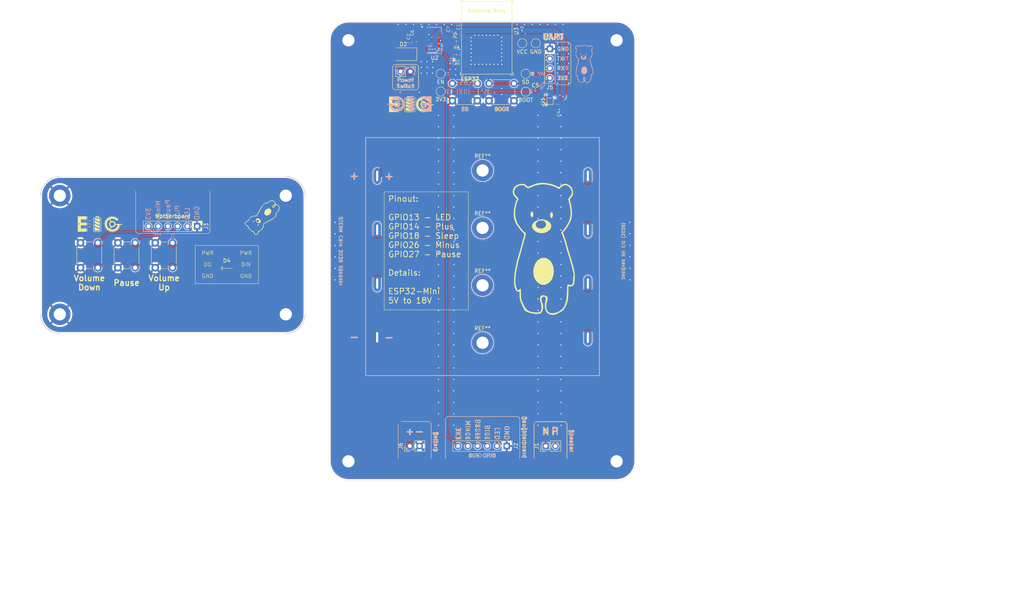
<source format=kicad_pcb>
(kicad_pcb (version 20241229) (generator "pcbnew") (generator_version "9.0")
  (layers (0 "F.Cu" signal) (2 "B.Cu" signal) (13 "F.Paste" user) (15 "B.Paste" user) (5 "F.SilkS" user "F.Silkscreen") (7 "B.SilkS" user "B.Silkscreen") (1 "F.Mask" user) (3 "B.Mask" user) (25 "Edge.Cuts" user))
  (net 0 "")
  (net 1 "GND")
  (net 2 "+3V3")
  (net 3 "VCC")
  (net 4 "/EN")
  (net 5 "Net-(J1-Pin_2)")
  (net 6 "Net-(J1-Pin_1)")
  (net 7 "+BATT")
  (net 8 "/RXD")
  (net 9 "/TXD")
  (net 10 "/BOOT0")
  (net 11 "/SLEEP")
  (net 13 "/BCLK")
  (net 14 "/DIN")
  (net 15 "/WS")
  (net 32 "Net-(U3-SENSOR_VP{slash}GPIO36{slash}ADC1_CH0)")
  (net 34 "/AUX_2")
  (net 35 "/AUX_3")
  (net 36 "/AUX_1")
  (net 37 "/AUX_4")
  (net 38 "Net-(D2-A)")
  (net 39 "/Plus")
  (net 40 "/Minus")
  (net 42 "/Pause")
  (net 43 "/LED")
  (net 46 "unconnected-(U3-GPIO2{slash}ADC2_CH2-Pad20)")
  (net 47 "Net-(H7-Pad1)")
  (net 48 "Net-(H10-Pad1)")
  (net 49 "Net-(H11-Pad1)")
  (footprint "MountingHole:MountingHole_2.7mm_Slot" (layer "F.Cu") (at 113 109.97 90)
    (property "Reference" "H8" (hide yes))
    (property "Value" "MountingHole_Pad")
  )
  (footprint "TestPoint:TestPoint_Pad_D2.0mm" (layer "F.Cu") (at 151.76 59.83)
    (property "Reference" "TP2" (hide yes))
    (property "Value" "BOOT")
  )
  (footprint "Capacitor_SMD:C_0603_1608Metric" (layer "F.Cu") (at 133 44.225 90)
    (property "Reference" "C7")
    (property "Value" "10uF")
  )
  (footprint "Connector_PinHeader_2.54mm:PinHeader_1x02_P2.54mm_Vertical" (layer "F.Cu") (at 156.995 152.425 90)
    (property "Reference" "J1")
    (property "Value" "SPK_L")
  )
  (footprint "MountingHole:MountingHole_2.7mm_Slot" (layer "F.Cu") (at 168 109.97 90)
    (property "Reference" "H11" (hide yes))
    (property "Value" "MountingHole_Pad")
  )
  (footprint "footprints:EIG" (layer "F.Cu") (at 34.819437 92.374175)
    (property "Reference" "REF**" (hide yes))
    (property "Value" "EIG" (hide yes))
  )
  (footprint "MountingHole:MountingHole_3.2mm_M3_DIN965_Pad" (layer "F.Cu") (at 105.5 156.415)
    (property "Reference" "H3" (hide yes))
    (property "Value" "MountingHole_Pad" (hide yes))
  )
  (footprint "Connector_PinHeader_2.54mm:PinHeader_1x06_P2.54mm_Vertical" (layer "F.Cu") (at 146.82 152.415 -90)
    (property "Reference" "J2")
    (property "Value" "Conn_01x06_Pin")
  )
  (footprint "Button_Switch_THT:SW_PUSH_6mm_H5mm" (layer "F.Cu") (at 55.07 105.83 90)
    (property "Reference" "+1")
    (property "Value" "SW_Push")
  )
  (footprint "TestPoint:TestPoint_Pad_D2.0mm" (layer "F.Cu") (at 154.42 47.2)
    (property "Reference" "TP6" (hide yes))
    (property "Value" "GND")
  )
  (footprint "MountingHole:MountingHole_2.7mm_Slot" (layer "F.Cu") (at 113 95.92 90)
    (property "Reference" "H7" (hide yes))
    (property "Value" "MountingHole_Pad")
  )
  (footprint "MountingHole:MountingHole_3.2mm_M3_DIN965_Pad" (layer "F.Cu") (at 89.15 87.01)
    (property "Reference" "H2" (hide yes))
    (property "Value" "MountingHole_Pad" (hide yes))
  )
  (footprint "Capacitor_SMD:C_0603_1608Metric" (layer "F.Cu") (at 122.7 46.8 90)
    (property "Reference" "C6")
    (property "Value" "10uF")
  )
  (footprint "Button_Switch_THT:SW_PUSH_6mm_H5mm" (layer "F.Cu") (at 132.64 57.71)
    (property "Reference" "SW1")
    (property "Value" "EN")
  )
  (footprint "Button_Switch_THT:SW_PUSH_6mm_H5mm" (layer "F.Cu") (at 142.2 57.71)
    (property "Reference" "SW2")
    (property "Value" "BOOT")
  )
  (footprint "Capacitor_SMD:C_0402_1005Metric" (layer "F.Cu") (at 154.29 59.34)
    (property "Reference" "C5")
    (property "Value" "1uF")
  )
  (footprint "Capacitor_SMD:C_0402_1005Metric" (layer "F.Cu") (at 134.2 44.8 90)
    (property "Reference" "C1")
    (property "Value" "1uF")
  )
  (footprint "Connector_PinHeader_2.54mm:PinHeader_1x02_P2.54mm_Vertical" (layer "F.Cu") (at 121.665 54.57 -90)
    (property "Reference" "J4" (hide yes))
    (property "Value" "SW" (hide yes))
  )
  (footprint "MountingHole:MountingHole_2.7mm_Slot" (layer "F.Cu") (at 168 81.87 90)
    (property "Reference" "H9" (hide yes))
    (property "Value" "MountingHole_Pad")
  )
  (footprint "Resistor_SMD:R_0402_1005Metric" (layer "F.Cu") (at 133.7 47.2 180)
    (property "Reference" "R6")
    (property "Value" "10K")
  )
  (footprint "MountingHole:MountingHole_3.2mm_M3_DIN965_Pad" (layer "F.Cu") (at 140.51 80.435)
    (property "Reference" "REF**")
    (property "Value" "MountingHole_3.2mm_M3_DIN965_Pad")
  )
  (footprint "MountingHole:MountingHole_3.2mm_M3_DIN965_Pad" (layer "F.Cu") (at 140.51 110.435)
    (property "Reference" "REF**")
    (property "Value" "MountingHole_3.2mm_M3_DIN965_Pad")
  )
  (footprint "Package_BGA:WLP-9_1.448x1.468mm_Layout3x3_P0.4mm_Ball0.27mm_Pad0.25mm" (layer "F.Cu") (at 158.1 62.35 -90)
    (property "Reference" "U1")
    (property "Value" "MAX98357A")
  )
  (footprint "TestPoint:TestPoint_Pad_D2.0mm" (layer "F.Cu") (at 129.58 55.15)
    (property "Reference" "TP3" (hide yes))
    (property "Value" "EN")
  )
  (footprint "TestPoint:TestPoint_Pad_D2.0mm" (layer "F.Cu") (at 150.87 47.2)
    (property "Reference" "TP5" (hide yes))
    (property "Value" "VCC")
  )
  (footprint "Resistor_SMD:R_0402_1005Metric" (layer "F.Cu") (at 134.2 50.15 -90)
    (property "Reference" "R4")
    (property "Value" "5K1")
  )
  (footprint "Connector_PinHeader_2.54mm:PinHeader_1x02_P2.54mm_Vertical" (layer "F.Cu") (at 121.535 152.415 90)
    (property "Reference" "J6")
    (property "Value" "BATT")
  )
  (footprint "LOGO" (layer "F.Cu") (at 83.15 92.51 135)
    (property "Reference" "G***" (hide yes))
    (property "Value" "LOGO" (hide yes))
  )
  (footprint "MountingHole:MountingHole_2.7mm_Slot" (layer "F.Cu") (at 113 81.87 90)
    (property "Reference" "H5" (hide yes))
    (property "Value" "MountingHole_Pad")
  )
  (footprint "MountingHole:MountingHole_3.2mm_M3_DIN965_Pad" (layer "F.Cu") (at 89.15 118.01)
    (property "Reference" "H4" (hide yes))
    (property "Value" "MountingHole_Pad" (hide yes))
  )
  (footprint "MountingHole:MountingHole_3.2mm_M3_DIN965_Pad" (layer "F.Cu") (at 140.51 125.435)
    (property "Reference" "REF**")
    (property "Value" "MountingHole_3.2mm_M3_DIN965_Pad")
  )
  (footprint "footprints:EIG" (layer "F.Cu") (at 116.089437 61.104175)
    (property "Reference" "REF**" (hide yes))
    (property "Value" "EIG" (hide yes))
  )
  (footprint "Diode_SMD:D_SMA" (layer "F.Cu") (at 119.85 50.05 180)
    (property "Reference" "D2")
    (property "Value" "SS14")
  )
  (footprint "MountingHole:MountingHole_3.2mm_M3_DIN965_Pad" (layer "F.Cu") (at 105.5 46.415)
    (property "Reference" "H1" (hide yes))
    (property "Value" "MountingHole_Pad" (hide yes))
  )
  (footprint "Connector_PinHeader_2.54mm:PinHeader_1x04_P2.54mm_Vertical" (layer "F.Cu") (at 158.075 48.66)
    (property "Reference" "J5")
    (property "Value" "Conn_01x04_Pin")
  )
  (footprint "MountingHole:MountingHole_2.7mm_Slot" (layer "F.Cu") (at 168 95.92 90)
    (property "Reference" "H10" (hide yes))
    (property "Value" "MountingHole_Pad")
  )
  (footprint "Capacitor_SMD:C_0402_1005Metric" (layer "F.Cu") (at 121.5 47.18 90)
    (property "Reference" "C2")
    (property "Value" "1uF")
  )
  (footprint "Connector_PinHeader_2.54mm:PinHeader_1x06_P2.54mm_Vertical" (layer "F.Cu") (at 66 95.01 -90)
    (property "Reference" "J3")
    (property "Value" "Conn_01x06_Pin")
  )
  (footprint "Capacitor_SMD:C_0402_1005Metric" (layer "F.Cu") (at 160.3 63.15 -90)
    (property "Reference" "C4")
    (property "Value" "0.1uF")
  )
  (footprint "Button_Switch_THT:SW_PUSH_6mm_H5mm" (layer "F.Cu") (at 45.32 105.83 90)
    (property "Reference" "Pause1")
    (property "Value" "SW_Push")
  )
  (footprint "" (layer "F.Cu") (at 30.15 118.01)
    (property "Reference" "")
    (property "Value" "")
  )
  (footprint "MountingHole:MountingHole_3.2mm_M3_DIN965_Pad" (layer "F.Cu") (at 140.51 95.435)
    (property "Reference" "REF**")
    (property "Value" "MountingHole_3.2mm_M3_DIN965_Pad")
  )
  (footprint "LED_SMD:2812b 60pm" (layer "F.Cu") (at 73.75 105)
    (property "Reference" "D4")
    (property "Value" "WS2812B")
  )
  (footprint "TestPoint:TestPoint_Pad_D2.0mm" (layer "F.Cu") (at 129.58 59.79)
    (property "Reference" "TP4" (hide yes))
    (property "Value" "3V3")
  )
  (footprint "TestPoint:TestPoint_Pad_D2.0mm" (layer "F.Cu") (at 151.76 55.16)
    (property "Reference" "TP1" (hide yes))
    (property "Value" "SD")
  )
  (footprint "Button_Switch_THT:SW_PUSH_6mm_H5mm" (layer "F.Cu") (at 35.57 105.83 90)
    (property "Reference" "-1")
    (property "Value" "SW_Push")
  )
  (footprint "MountingHole:MountingHole_2.7mm_Slot" (layer "F.Cu") (at 113 124.02 90)
    (property "Reference" "H6" (hide yes))
    (property "Value" "MountingHole_Pad")
  )
  (footprint "MountingHole:MountingHole_3.2mm_M3_DIN965_Pad" (layer "F.Cu") (at 175.5 156.415)
    (property "Reference" "H4" (hide yes))
    (property "Value" "MountingHole_Pad" (hide yes))
  )
  (footprint "Capacitor_SMD:C_0402_1005Metric" (layer "F.Cu") (at 133.2 50.15 -90)
    (property "Reference" "C3")
    (property "Value" "1uF")
  )
  (footprint "MountingHole:MountingHole_2.7mm_Slot" (layer "F.Cu") (at 168 124.12 90)
    (property "Reference" "H12" (hide yes))
    (property "Value" "MountingHole_Pad")
  )
  (footprint "MountingHole:MountingHole_3.2mm_M3_DIN965_Pad" (layer "F.Cu") (at 175.5 46.415)
    (property "Reference" "H2" (hide yes))
    (property "Value" "MountingHole_Pad" (hide yes))
  )
  (footprint "Package_TO_SOT_SMD:SOT-223-3_TabPin2" (layer "F.Cu") (at 127.85 46.45)
    (property "Reference" "U2")
    (property "Value" "LDL1117S33TR_SOT223")
  )
  (footprint "Resistor_SMD:R_0402_1005Metric" (layer "F.Cu") (at 133.7 46.2)
    (property "Reference" "R5")
    (property "Value" "10K")
  )
  (footprint "" (layer "F.Cu") (at 30.15 87.01)
    (property "Reference" "")
    (property "Value" "")
  )
  (footprint "PCM_Espressif:ESP32-MINI-1" (layer "F.Cu") (at 141.6 48.45)
    (property "Reference" "U3")
    (property "Value" "ESP32")
  )
  (footprint "LOGO" (layer "B.Cu") (at 167 52.5 180)
    (property "Reference" "G***" (hide yes))
    (property "Value" "LOGO" (hide yes))
  )
  (footprint "footprints:Bear_40" (layer "B.Cu") (at 154.219893 98.306022 180)
    (property "Reference" "G***" (hide yes))
    (property "Value" "LOGO" (hide yes))
  )
  (footprint "footprints:EIG" (layer "B.Cu") (at 127.220563 61.004175 180)
    (property "Reference" "REF**" (hide yes))
    (property "Value" "EIG" (hide yes))
  )
  (gr_line (start 162.53 155.705) (end 162.53 146.885) (stroke (width 0.1)) (layer "F.SilkS"))
  (gr_arc (start 122.9743 52.76) (mid 123.539985 52.994315) (end 123.7743 53.56) (stroke (width 0.1)) (layer "F.SilkS"))
  (gr_arc (start 123.7743 58.58) (mid 123.539985 59.145685) (end 122.9743 59.38) (stroke (width 0.1)) (layer "F.SilkS"))
  (gr_line (start 162.74 46.89) (end 159.52 46.89) (stroke (width 0.1)) (layer "F.SilkS"))
  (gr_arc (start 130.82 145.515) (mid 131.054315 144.949315) (end 131.62 144.715) (stroke (width 0.1)) (layer "F.SilkS"))
  (gr_line (start 150.22 145.515) (end 150.22 155.705) (stroke (width 0.1)) (layer "F.SilkS"))
  (gr_line (start 159.52 58.05) (end 162.74 58.05) (stroke (width 0.1)) (layer "F.SilkS"))
  (gr_line (start 123.774315 53.56) (end 123.774315 58.58) (stroke (width 0.1)) (layer "F.SilkS"))
  (gr_line (start 49.96 96.12) (end 49.96 85.82) (stroke (width 0.1)) (layer "F.SilkS"))
  (gr_line (start 118.475 146.815) (end 118.475 155.705) (stroke (width 0.1)) (layer "F.SilkS"))
  (gr_arc (start 50.76 96.92) (mid 50.194315 96.685685) (end 49.96 96.12) (stroke (width 0.1)) (layer "F.SilkS"))
  (gr_arc (start 162.74 46.89) (mid 163.305685 47.124315) (end 163.54 47.69) (stroke (width 0.1)) (layer "F.SilkS"))
  (gr_arc (start 117.805686 59.38) (mid 117.240001 59.145685) (end 117.005686 58.58) (stroke (width 0.1)) (layer "F.SilkS"))
  (gr_line (start 122.9743 59.38) (end 117.8057 59.38) (stroke (width 0.1)) (layer "F.SilkS"))
  (gr_arc (start 117.0057 53.56) (mid 117.240015 52.994315) (end 117.8057 52.76) (stroke (width 0.1)) (layer "F.SilkS"))
  (gr_line (start 126.275 146.015) (end 119.275 146.015) (stroke (width 0.1)) (layer "F.SilkS"))
  (gr_line (start 161.73 146.085) (end 154.73 146.085) (stroke (width 0.1)) (layer "F.SilkS"))
  (gr_arc (start 69.36 96.12) (mid 69.125685 96.685685) (end 68.56 96.92) (stroke (width 0.1)) (layer "F.SilkS"))
  (gr_line (start 153.93 146.885) (end 153.93 155.705) (stroke (width 0.1)) (layer "F.SilkS"))
  (gr_line (start 69.36 85.82) (end 69.36 96.12) (stroke (width 0.1)) (layer "F.SilkS"))
  (gr_line (start 117.0057 53.56) (end 117.005686 58.58) (stroke (width 0.1)) (layer "F.SilkS"))
  (gr_line (start 127.08 155.705) (end 127.08 146.815) (stroke (width 0.1)) (layer "F.SilkS"))
  (gr_arc (start 161.73 146.085) (mid 162.295685 146.319315) (end 162.53 146.885) (stroke (width 0.1)) (layer "F.SilkS"))
  (gr_arc (start 153.93 146.885) (mid 154.164315 146.319315) (end 154.73 146.085) (stroke (width 0.1)) (layer "F.SilkS"))
  (gr_arc (start 126.275 146.015) (mid 126.840685 146.249315) (end 127.075 146.815) (stroke (width 0.1)) (layer "F.SilkS"))
  (gr_arc (start 149.42 144.715) (mid 149.985685 144.949315) (end 150.22 145.515) (stroke (width 0.1)) (layer "F.SilkS"))
  (gr_line (start 68.56 96.92) (end 50.76 96.92) (stroke (width 0.1)) (layer "F.SilkS"))
  (gr_line (start 163.54 57.25) (end 163.54 47.69) (stroke (width 0.1)) (layer "F.SilkS"))
  (gr_arc (start 163.54 57.25) (mid 163.305685 57.815685) (end 162.74 58.05) (stroke (width 0.1)) (layer "F.SilkS"))
  (gr_line (start 131.62 144.715) (end 149.42 144.715) (stroke (width 0.1)) (layer "F.SilkS"))
  (gr_line (start 122.9743 52.76) (end 117.8057 52.76) (stroke (width 0.1)) (layer "F.SilkS"))
  (gr_line (start 130.82 155.705) (end 130.82 145.515) (stroke (width 0.1)) (layer "F.SilkS"))
  (gr_line (start 154.8 145.99) (end 161.8 145.99) (stroke (width 0.1)) (layer "B.SilkS"))
  (gr_arc (start 161.8 145.99) (mid 162.365685 146.224315) (end 162.6 146.79) (stroke (width 0.1)) (layer "B.SilkS"))
  (gr_arc (start 126.3 146) (mid 126.865685 146.234315) (end 127.1 146.8) (stroke (width 0.1)) (layer "B.SilkS"))
  (gr_arc (start 117.865699 59.334315) (mid 117.300011 59.100001) (end 117.065699 58.534315) (stroke (width 0.1)) (layer "B.SilkS"))
  (gr_line (start 162.785685 58.025685) (end 159.565685 58.025685) (stroke (width 0.1)) (layer "B.SilkS"))
  (gr_line (start 154 155.61) (end 154 146.79) (stroke (width 0.1)) (layer "B.SilkS"))
  (gr_line (start 119.3 146) (end 126.3 146) (stroke (width 0.1)) (layer "B.SilkS"))
  (gr_line (start 163.585685 47.665685) (end 163.585685 57.225685) (stroke (width 0.1)) (layer "B.SilkS"))
  (gr_arc (start 149.4 144.7) (mid 149.965685 144.934315) (end 150.2 145.5) (stroke (width 0.1)) (layer "B.SilkS"))
  (gr_line (start 117.865699 59.334315) (end 123.034299 59.334315) (stroke (width 0.1)) (layer "B.SilkS"))
  (gr_line (start 130.8 145.5) (end 130.8 155.69) (stroke (width 0.1)) (layer "B.SilkS"))
  (gr_line (start 150.2 155.69) (end 150.2 145.5) (stroke (width 0.1)) (layer "B.SilkS"))
  (gr_line (start 159.565685 46.865685) (end 162.785685 46.865685) (stroke (width 0.1)) (layer "B.SilkS"))
  (gr_arc (start 162.785685 46.865685) (mid 163.35137 47.1) (end 163.585685 47.665685) (stroke (width 0.1)) (layer "B.SilkS"))
  (gr_arc (start 123.034299 52.714315) (mid 123.599984 52.94863) (end 123.834299 53.514315) (stroke (width 0.1)) (layer "B.SilkS"))
  (gr_line (start 162.6 146.79) (end 162.6 155.61) (stroke (width 0.1)) (layer "B.SilkS"))
  (gr_arc (start 123.834313 58.534315) (mid 123.599998 59.1) (end 123.034313 59.334315) (stroke (width 0.1)) (layer "B.SilkS"))
  (gr_line (start 117.865699 52.714315) (end 123.034299 52.714315) (stroke (width 0.1)) (layer "B.SilkS"))
  (gr_line (start 149.4 144.7) (end 131.6 144.7) (stroke (width 0.1)) (layer "B.SilkS"))
  (gr_arc (start 130.8 145.5) (mid 131.034315 144.934315) (end 131.6 144.7) (stroke (width 0.1)) (layer "B.SilkS"))
  (gr_line (start 127.1 146.8) (end 127.1 155.69) (stroke (width 0.1)) (layer "B.SilkS"))
  (gr_line (start 117.065684 53.514315) (end 117.065684 58.534315) (stroke (width 0.1)) (layer "B.SilkS"))
  (gr_arc (start 163.585685 57.225685) (mid 163.35137 57.79137) (end 162.785685 58.025685) (stroke (width 0.1)) (layer "B.SilkS"))
  (gr_rect (start 110 71.83) (end 171 134) (stroke (width 0.2)) (fill no) (layer "B.SilkS"))
  (gr_line (start 123.834299 53.514315) (end 123.834313 58.534315) (stroke (width 0.1)) (layer "B.SilkS"))
  (gr_line (start 118.495 155.69) (end 118.495 146.8) (stroke (width 0.1)) (layer "B.SilkS"))
  (gr_arc (start 154 146.79) (mid 154.234315 146.224315) (end 154.8 145.99) (stroke (width 0.1)) (layer "B.SilkS"))
  (gr_arc (start 117.065699 53.514315) (mid 117.300008 52.94862) (end 117.865699 52.714315) (stroke (width 0.1)) (layer "B.SilkS"))
  (gr_arc (start 175.5 41.415) (mid 179.035534 42.879466) (end 180.5 46.415) (stroke (width 0.05)) (layer "Edge.Cuts"))
  (gr_line (start 105.5 161.415) (end 175.5 161.415) (stroke (width 0.05)) (layer "Edge.Cuts"))
  (gr_arc (start 100.5 46.415) (mid 101.964466 42.879466) (end 105.5 41.415) (stroke (width 0.05)) (layer "Edge.Cuts"))
  (gr_line (start 100.5 46.415) (end 100.5 156.415) (stroke (width 0.05)) (layer "Edge.Cuts"))
  (gr_arc (start 105.5 161.415) (mid 101.964466 159.950534) (end 100.5 156.415) (stroke (width 0.05)) (layer "Edge.Cuts"))
  (gr_arc (start 94.15 118.01) (mid 92.685534 121.545534) (end 89.15 123.01) (stroke (width 0.2)) (layer "Edge.Cuts"))
  (gr_line (start 175.5 41.415) (end 105.5 41.415) (stroke (width 0.05)) (layer "Edge.Cuts"))
  (gr_arc (start 25.15 87.01) (mid 26.614466 83.474466) (end 30.15 82.01) (stroke (width 0.2)) (layer "Edge.Cuts"))
  (gr_arc (start 180.5 156.415) (mid 179.035534 159.950534) (end 175.5 161.415) (stroke (width 0.05)) (layer "Edge.Cuts"))
  (gr_line (start 94.15 87.01) (end 94.15 118.01) (stroke (width 0.05)) (layer "Edge.Cuts"))
  (gr_line (start 180.5 156.415) (end 180.5 46.415) (stroke (width 0.05)) (layer "Edge.Cuts"))
  (gr_line (start 30.15 82.01) (end 89.15 82.01) (stroke (width 0.05)) (layer "Edge.Cuts"))
  (gr_line (start 30.15 123.01) (end 89.15 123.01) (stroke (width 0.05)) (layer "Edge.Cuts"))
  (gr_arc (start 30.15 123.01) (mid 26.614466 121.545534) (end 25.15 118.01) (stroke (width 0.2)) (layer "Edge.Cuts"))
  (gr_arc (start 89.15 82.01) (mid 92.685534 83.474466) (end 94.15 87.01) (stroke (width 0.2)) (layer "Edge.Cuts"))
  (gr_line (start 25.15 87.01) (end 25.15 118.01) (stroke (width 0.05)) (layer "Edge.Cuts"))
  (gr_text "Battery" (at 127.77 151.305 270) (layer "F.SilkS") (effects (font (size 1 1) (thickness 0.2) (bold yes)) (justify bottom)))
  (gr_text "Power\nSwitch" (at 120.425 57.57 0) (layer "F.SilkS") (effects (font (size 1 1))))
  (gr_text "Designed by: EIG (2025)\n\n" (at 179 101.5 90) (layer "F.SilkS") (effects (font (size 0.8 0.8) (thickness 0.1)) (justify bottom)))
  (gr_text "Daughterboard" (at 150.88 150.115 270) (layer "F.SilkS") (effects (font (size 1 1) (thickness 0.2) (bold yes)) (justify bottom)))
  (gr_text "Volume\nUp" (at 57.37 109.77 0) (layer "F.SilkS") (effects (font (size 1.5 1.5) (thickness 0.3) (bold yes))))
  (gr_text "Volume\nDown" (at 37.87 109.77 0) (layer "F.SilkS") (effects (font (size 1.5 1.5) (thickness 0.3) (bold yes))))
  (gr_text "STEAM Carn 2025 Speaker\n\n" (at 101.5 101.5 270) (layer "F.SilkS") (effects (font (size 0.9 0.9) (thickness 0.1125)) (justify bottom)))
  (gr_text "3V3" (at 134.13 147.375 270) (layer "F.SilkS") (effects (font (size 1.2 1.2)) (justify left)))
  (gr_text "+" (at 121.54 148.615 0) (layer "F.SilkS") (effects (font (size 1.8 1.8) (thickness 0.36) (bold yes))))
  (gr_text "GND" (at 159.85 48.69 0) (layer "F.SilkS") (effects (font (size 1 1)) (justify left)))
  (gr_text "N" (at 157 148.6 -0) (layer "F.SilkS") (effects (font (size 1.8 1.8) (thickness 0.36) (bold yes))))
  (gr_text "GND" (at 146.82 147.025 270) (layer "F.SilkS") (effects (font (size 1.2 1.2)) (justify left)))
  (gr_text "TX" (at 159.85 51.23 0) (layer "F.SilkS") (effects (font (size 1 1)) (justify left)))
  (gr_text "AUX GPIO" (at 140.47 155.515 0) (layer "F.SilkS") (effects (font (size 1 1) (thickness 0.125)) (justify bottom)))
  (gr_text "UART" (at 156 46.45 0) (layer "F.SilkS") (effects (font (size 1.5 1.5) (thickness 0.3) (bold yes)) (justify left bottom)))
  (gr_text "-" (at 124.04 148.615 0) (layer "F.SilkS") (effects (font (size 1.8 1.8) (thickness 0.36) (bold yes))))
  (gr_text "RX" (at 159.85 53.74 0) (layer "F.SilkS") (effects (font (size 1 1)) (justify left)))
  (gr_text "3V3" (at 159.83 56.28 0) (layer "F.SilkS") (effects (font (size 1 1)) (justify left)))
  (gr_text "Minus" (at 136.67 145.605 270) (layer "F.SilkS") (effects (font (size 1.2 1.2)) (justify left)))
  (gr_text "Plus" (at 141.72 146.795 270) (layer "F.SilkS") (effects (font (size 1.2 1.2)) (justify left)))
  (gr_text "P" (at 159.4 148.6 -0) (layer "F.SilkS") (effects (font (size 1.8 1.8) (thickness 0.36) (bold yes))))
  (gr_text "Pause" (at 47.58 109.78 0) (layer "F.SilkS") (effects (font (size 1.5 1.5) (thickness 0.3) (bold yes))))
  (gr_text "Pause" (at 139.22 145.315 270) (layer "F.SilkS") (effects (font (size 1.2 1.2)) (justify left)))
  (gr_text "LED" (at 144.295 147.435 270) (layer "F.SilkS") (effects (font (size 1.2 1.2)) (justify left)))
  (gr_text "Speaker" (at 163.2 148 270) (layer "F.SilkS") (effects (font (size 1 1) (thickness 0.2) (bold yes)) (justify left bottom)))
  (gr_text "Motherboard" (at 59.65 92.95 0) (layer "F.SilkS") (effects (font (size 1 1) (thickness 0.2) (bold yes)) (justify bottom)))
  (gr_text "Speaker" (at 164.1 148 -270) (layer "B.SilkS") (effects (font (size 1 1) (thickness 0.2) (bold yes)) (justify left bottom mirror)))
  (gr_text "Pause" (at 58.35 87.9 -270) (layer "B.SilkS") (effects (font (size 1.2 1.2)) (justify left mirror)))
  (gr_text "Battery" (at 128.7 151.3 -270) (layer "B.SilkS") (effects (font (size 1 1) (thickness 0.2) (bold yes)) (justify bottom mirror)))
  (gr_text "TX" (at 163.097618 51.25 -0) (layer "B.SilkS") (effects (font (size 1 1)) (justify left mirror)))
  (gr_text "RX" (at 163.097618 53.76 -0) (layer "B.SilkS") (effects (font (size 1 1)) (justify left mirror)))
  (gr_text "LED" (at 63.425 90.02 -270) (layer "B.SilkS") (effects (font (size 1.2 1.2)) (justify left mirror)))
  (gr_text "3V3" (at 134.3 147.4 -270) (layer "B.SilkS") (effects (font (size 1.2 1.2)) (justify left mirror)))
  (gr_text "-" (at 105.5 123.9 0) (layer "B.SilkS") (effects (font (size 2 2) (thickness 0.4) (bold yes)) (justify left)))
  (gr_text "-" (at 124 148.6 -0) (layer "B.SilkS") (effects (font (size 1.8 1.8) (thickness 0.36) (bold yes)) (justify mirror)))
  (gr_text "Minus" (at 136.7 145.6 -270) (layer "B.SilkS") (effects (font (size 1.2 1.2)) (justify left mirror)))
  (gr_text "UART" (at 162 46.4 -0) (layer "B.SilkS") (effects (font (size 1.5 1.5) (thickness 0.3) (bold yes)) (justify left bottom mirror)))
  (gr_text "Minus" (at 55.8 88.19 -270) (layer "B.SilkS") (effects (font (size 1.2 1.2)) (justify left mirror)))
  (gr_text "+" (at 105.5 81.8 0) (layer "B.SilkS") (effects (font (size 2 2) (thickness 0.4) (bold yes)) (justify left)))
  (gr_text "STEAM Carn 2025 Speaker\n\n" (at 105.5 101.5 -270) (layer "B.SilkS") (effects (font (size 0.9 0.9) (thickness 0.1125)) (justify bottom mirror)))
  (gr_text "Designed by: EIG (2025)\n\n" (at 175.5 101.5 -90) (layer "B.SilkS") (effects (font (size 0.8 0.8) (thickness 0.1)) (justify bottom mirror)))
  (gr_text "Daughterboard" (at 151.9 150.1 -270) (layer "B.SilkS") (effects (font (size 1 1) (thickness 0.2) (bold yes)) (justify bottom mirror)))
  (gr_text "AUX GPIO" (at 140.4 155.5 -0) (layer "B.SilkS") (effects (font (size 1 1) (thickness 0.125)) (justify bottom mirror)))
  (gr_text "GND" (at 163.097618 48.71 -0) (layer "B.SilkS") (effects (font (size 1 1)) (justify left mirror)))
  (gr_text "+" (at 121.5 148.6 -0) (layer "B.SilkS") (effects (font (size 1.8 1.8) (thickness 0.36) (bold yes)) (justify mirror)))
  (gr_text "BOOT" (at 145.6 64.4 -0) (layer "B.SilkS") (effects (font (size 1 1)) (justify mirror)))
  (gr_text "-" (at 114.6 124 0) (layer "B.SilkS") (effects (font (size 2 2) (thickness 0.4) (bold yes)) (justify left)))
  (gr_text "3V3" (at 163.117618 56.3 -0) (layer "B.SilkS") (effects (font (size 1 1)) (justify left mirror)))
  (gr_text "GND" (at 65.95 89.61 -270) (layer "B.SilkS") (effects (font (size 1.2 1.2)) (justify left mirror)))
  (gr_text "Plus" (at 141.8 146.8 -270) (layer "B.SilkS") (effects (font (size 1.2 1.2)) (justify left mirror)))
  (gr_text "Plus" (at 60.85 89.38 -270) (layer "B.SilkS") (effects (font (size 1.2 1.2)) (justify left mirror)))
  (gr_text "3V3" (at 53.26 89.96 -270) (layer "B.SilkS") (effects (font (size 1.2 1.2)) (justify left mirror)))
  (gr_text "GND" (at 146.9 147 -270) (layer "B.SilkS") (effects (font (size 1.2 1.2)) (justify left mirror)))
  (gr_text "Pause" (at 139.3 145.3 -270) (layer "B.SilkS") (effects (font (size 1.2 1.2)) (justify left mirror)))
  (gr_text "EN" (at 135.9 64.4 -0) (layer "B.SilkS") (effects (font (size 1 1)) (justify mirror)))
  (gr_text "+" (at 114.6 81.9 0) (layer "B.SilkS") (effects (font (size 2 2) (thickness 0.4) (bold yes)) (justify left)))
  (gr_text "N" (at 157 148.6 0) (layer "B.SilkS") (effects (font (size 1.8 1.8) (thickness 0.36) (bold yes)) (justify mirror)))
  (gr_text "P" (at 159.5 148.6 0) (layer "B.SilkS") (effects (font (size 1.8 1.8) (thickness 0.36) (bold yes)) (justify mirror)))
  (gr_text "LED" (at 144.4 147.4 -270) (layer "B.SilkS") (effects (font (size 1.2 1.2)) (justify left mirror)))
  (gr_text "Power\nSwitch" (at 120.4 57.6 -0) (layer "B.SilkS") (effects (font (size 1 1)) (justify mirror)))
  (gr_text_box "Pinout:\n\nGPIO13 - LED\nGPIO14 - Plus\nGPIO18 - Sleep\nGPIO26 - Minus\nGPIO27 - Pause\n\nDetails:\n\nESP32-Mini\n5V to 18V\n" (start 114.815 86.005) (end 136.805 116.825) (margins 1.0025 1.0025 1.0025 1.0025) (layer "F.SilkS") (effects (font (size 1.5 1.5) (thickness 0.2) (bold yes)) (justify left top)) (border yes) (stroke (width 0.1)))
  (via (at 102 97) (size 0.6) (drill 0.3) (layers "F.Cu" "B.Cu") (net 1))
  (via (at 160.085 49.95) (size 0.6) (drill 0.3) (layers "F.Cu" "B.Cu") (net 1))
  (via (at 179 97) (size 0.6) (drill 0.3) (layers "F.Cu" "B.Cu") (net 1))
  (via (at 129 66) (size 0.6) (drill 0.3) (layers "F.Cu" "B.Cu") (net 1))
  (via (at 133 135) (size 0.6) (drill 0.3) (layers "F.Cu" "B.Cu") (net 1))
  (via (at 155 66) (size 0.6) (drill 0.3) (layers "F.Cu" "B.Cu") (net 1))
  (via (at 161 111) (size 0.6) (drill 0.3) (layers "F.Cu" "B.Cu") (net 1))
  (via (at 144.5 45.1) (size 0.6) (drill 0.3) (layers "F.Cu" "B.Cu") (net 1))
  (via (at 161 147) (size 0.6) (drill 0.3) (layers "F.Cu" "B.Cu") (net 1))
  (via (at 129 141) (size 0.6) (drill 0.3) (layers "F.Cu" "B.Cu") (net 1))
  (via (at 129 90) (size 0.6) (drill 0.3) (layers "F.Cu" "B.Cu") (net 1))
  (via (at 156.35 63.55) (size 0.6) (drill 0.3) (layers "F.Cu" "B.Cu") (net 1))
  (via (at 161 108) (size 0.6) (drill 0.3) (layers "F.Cu" "B.Cu") (net 1))
  (via (at 129 132) (size 0.6) (drill 0.3) (layers "F.Cu" "B.Cu") (net 1))
  (via (at 124.5 42.27) (size 0.6) (drill 0.3) (layers "F.Cu" "B.Cu") (net 1))
  (via (at 129 123) (size 0.6) (drill 0.3) (layers "F.Cu" "B.Cu") (net 1))
  (via (at 126 53.5) (size 0.6) (drill 0.3) (layers "F.Cu" "B.Cu") (net 1))
  (via (at 127.5 52) (size 0.6) (drill 0.3) (layers "F.Cu" "B.Cu") (net 1))
  (via (at 133 141) (size 0.6) (drill 0.3) (layers "F.Cu" "B.Cu") (net 1))
  (via (at 155 117) (size 0.6) (drill 0.3) (layers "F.Cu" "B.Cu") (net 1))
  (via (at 129 78) (size 0.6) (drill 0.3) (layers "F.Cu" "B.Cu") (net 1))
  (via (at 141.5 52.7) (size 0.6) (drill 0.3) (layers "F.Cu" "B.Cu") (net 1))
  (via (at 133 99) (size 0.6) (drill 0.3) (layers "F.Cu" "B.Cu") (net 1))
  (via (at 145.5 46.7) (size 0.6) (drill 0.3) (layers "F.Cu" "B.Cu") (net 1))
  (via (at 155 120) (size 0.6) (drill 0.3) (layers "F.Cu" "B.Cu") (net 1))
  (via (at 133 78) (size 0.6) (drill 0.3) (layers "F.Cu" "B.Cu") (net 1))
  (via (at 138.5 45.1) (size 0.6) (drill 0.3) (layers "F.Cu" "B.Cu") (net 1))
  (via (at 140.5 45.1) (size 0.6) (drill 0.3) (layers "F.Cu" "B.Cu") (net 1))
  (via (at 161.5 42.27) (size 0.6) (drill 0.3) (layers "F.Cu" "B.Cu") (net 1))
  (via (at 129 147) (size 0.6) (drill 0.3) (layers "F.Cu" "B.Cu") (net 1))
  (via (at 161 132) (size 0.6) (drill 0.3) (layers "F.Cu" "B.Cu") (net 1))
  (via (at 119 60) (size 0.6) (drill 0.3) (layers "F.Cu" "B.Cu") (net 1))
  (via (at 144.5 52.7) (size 0.6) (drill 0.3) (layers "F.Cu" "B.Cu") (net 1))
  (via (at 155 138) (size 0.6) (drill 0.3) (layers "F.Cu" "B.Cu") (net 1))
  (via (at 155 141) (size 0.6) (drill 0.3) (layers "F.Cu" "B.Cu") (net 1))
  (via (at 156.35 61.55) (size 0.6) (drill 0.3) (layers "F.Cu" "B.Cu") (net 1))
  (via (at 142.5 52.7) (size 0.6) (drill 0.3) (layers "F.Cu" "B.Cu") (net 1))
  (via (at 129 102) (size 0.6) (drill 0.3) (layers "F.Cu" "B.Cu") (net 1))
  (via (at 137.5 49.7) (size 0.6) (drill 0.3) (layers "F.Cu" "B.Cu") (net 1))
  (via (at 155 144) (size 0.6) (drill 0.3) (layers "F.Cu" "B.Cu") (net 1))
  (via (at 155 114) (size 0.6) (drill 0.3) (layers "F.Cu" "B.Cu") (net 1))
  (via (at 145.5 48.7) (size 0.6) (drill 0.3) (layers "F.Cu" "B.Cu") (net 1))
  (via (at 129 108) (size 0.6) (drill 0.3) (layers "F.Cu" "B.Cu") (net 1))
  (via (at 139.5 52.7) (size 0.6) (drill 0.3) (layers "F.Cu" "B.Cu") (net 1))
  (via (at 161 99) (size 0.6) (drill 0.3) (layers "F.Cu" "B.Cu") (net 1))
  (via (at 129 129) (size 0.6) (drill 0.3) (layers "F.Cu" "B.Cu") (net 1))
  (via (at 157.5 42.27) (size 0.6) (drill 0.3) (layers "F.Cu" "B.Cu") (net 1))
  (via (at 129 87) (size 0.6) (drill 0.3) (layers "F.Cu" "B.Cu") (net 1))
  (via (at 162.96 47.33) (size 0.6) (drill 0.3) (layers "F.Cu" "B.Cu") (net 1))
  (via (at 161 66) (size 0.6) (drill 0.3) (layers "F.Cu" "B.Cu") (net 1))
  (via (at 133 81) (size 0.6) (drill 0.3) (layers "F.Cu" "B.Cu") (net 1))
  (via (at 161 135) (size 0.6) (drill 0.3) (layers "F.Cu" "B.Cu") (net 1))
  (via (at 127.5 55) (size 0.6) (drill 0.3) (layers "F.Cu" "B.Cu") (net 1))
  (via (at 155.5 42.27) (size 0.6) (drill 0.3) (layers "F.Cu" "B.Cu") (net 1))
  (via (at 162.96 49.95) (size 0.6) (drill 0.3) (layers "F.Cu" "B.Cu") (net 1))
  (via (at 129 81) (size 0.6) (drill 0.3) (layers "F.Cu" "B.Cu") (net 1))
  (via (at 179 103) (size 0.6) (drill 0.3) (layers "F.Cu" "B.Cu") (net 1))
  (via (at 161 102) (size 0.6) (drill 0.3) (layers "F.Cu" "B.Cu") (net 1))
  (via (at 130.5 42.27) (size 0.6) (drill 0.3) (layers "F.Cu" "B.Cu") (net 1))
  (via (at 153.5 42.27) (size 0.6) (drill 0.3) (layers "F.Cu" "B.Cu") (net 1))
  (via (at 160.085 55) (size 0.6) (drill 0.3) (layers "F.Cu" "B.Cu") (net 1))
  (via (at 155 75) (size 0.6) (drill 0.3) (layers "F.Cu" "B.Cu") (net 1))
  (via (at 179 100) (size 0.6) (drill 0.3) (layers "F.Cu" "B.Cu") (net 1))
  (via (at 143.5 45.1) (size 0.6) (drill 0.3) (layers "F.Cu" "B.Cu") (net 1))
  (via (at 161 120) (size 0.6) (drill 0.3) (layers "F.Cu" "B.Cu") (net 1))
  (via (at 161 87) (size 0.6) (drill 0.3) (layers "F.Cu" "B.Cu") (net 1))
  (via (at 129 93) (size 0.6) (drill 0.3) (layers "F.Cu" "B.Cu") (net 1))
  (via (at 145.5 47.7) (size 0.6) (drill 0.3) (layers "F.Cu" "B.Cu") (net 1))
  (via (at 162.96 55) (size 0.6) (drill 0.3) (layers "F.Cu" "B.Cu") (net 1))
  (via (at 129 72) (size 0.6) (drill 0.3) (layers "F.Cu" "B.Cu") (net 1))
  (via (at 143.5 52.7) (size 0.6) (drill 0.3) (layers "F.Cu" "B.Cu") (net 1))
  (via (at 161 96) (size 0.6) (drill 0.3) (layers "F.Cu" "B.Cu") (net 1))
  (via (at 155 123) (size 0.6) (drill 0.3) (layers "F.Cu" "B.Cu") (net 1))
  (via (at 149.5 42.27) (size 0.6) (drill 0.3) (layers "F.Cu" "B.Cu") (net 1))
  (via (at 145.525 60.575) (size 0.6) (drill 0.3) (layers "F.Cu" "B.Cu") (net 1))
  (via (at 161 72) (size 0.6) (drill 0.3) (layers "F.Cu" "B.Cu") (net 1))
  (via (at 162.96 57.625) (size 0.6) (drill 0.3) (layers "F.Cu" "B.Cu") (net 1))
  (via (at 145.5 49.7) (size 0.6) (drill 0.3) (layers "F.Cu" "B.Cu") (net 1))
  (via (at 133 126) (size 0.6) (drill 0.3) (layers "F.Cu" "B.Cu") (net 1))
  (via (at 129 105) (size 0.6) (drill 0.3) (layers "F.Cu" "B.Cu") (net 1))
  (via (at 133 96) (size 0.6) (drill 0.3) (layers "F.Cu" "B.Cu") (net 1))
  (via (at 145.5 52.7) (size 0.6) (drill 0.3) (layers "F.Cu" "B.Cu") (net 1))
  (via (at 102 103) (size 0.6) (drill 0.3) (layers "F.Cu" "B.Cu") (net 1))
  (via (at 129 111) (size 0.6) (drill 0.3) (layers "F.Cu" "B.Cu") (net 1))
  (via (at 155 102) (size 0.6) (drill 0.3) (layers "F.Cu" "B.Cu") (net 1))
  (via (at 126 52) (size 0.6) (drill 0.3) (layers "F.Cu" "B.Cu") (net 1))
  (via (at 179 106) (size 0.6) (drill 0.3) (layers "F.Cu" "B.Cu") (net 1))
  (via (at 137.5 46.7) (size 0.6) (drill 0.3) (layers "F.Cu" "B.Cu") (net 1))
  (via (at 102 106) (size 0.6) (drill 0.3) (layers "F.Cu" "B.Cu") (net 1))
  (via (at 129 75) (size 0.6) (drill 0.3) (layers "F.Cu" "B.Cu") (net 1))
  (via (at 161 90) (size 0.6) (drill 0.3) (layers "F.Cu" "B.Cu") (net 1))
  (via (at 133 129) (size 0.6) (drill 0.3) (layers "F.Cu" "B.Cu") (net 1))
  (via (at 155 135) (size 0.6) (drill 0.3) (layers "F.Cu" "B.Cu") (net 1))
  (via (at 133 120) (size 0.6) (drill 0.3) (layers "F.Cu" "B.Cu") (net 1))
  (via (at 155 87) (size 0.6) (drill 0.3) (layers "F.Cu" "B.Cu") (net 1))
  (via (at 137.5 50.7) (size 0.6) (drill 0.3) (layers "F.Cu" "B.Cu") (net 1))
  (via (at 102 109) (size 0.6) (drill 0.3) (layers "F.Cu" "B.Cu") (net 1))
  (via (at 124.5 55) (size 0.6) (drill 0.3) (layers "F.Cu" "B.Cu") (net 1))
  (via (at 161 114) (size 0.6) (drill 0.3) (layers "F.Cu" "B.Cu") (net 1))
  (via (at 128.5 42.27) (size 0.6) (drill 0.3) (layers "F.Cu" "B.Cu") (net 1))
  (via (at 161 126) (size 0.6) (drill 0.3) (layers "F.Cu" "B.Cu") (net 1))
  (via (at 161 144) (size 0.6) (drill 0.3) (layers "F.Cu" "B.Cu") (net 1))
  (via (at 120.5 42.27) (size 0.6) (drill 0.3) (layers "F.Cu" "B.Cu") (net 1))
  (via (at 161 105) (size 0.6) (drill 0.3) (layers "F.Cu" "B.Cu") (net 1))
  (via (at 132.5 42.27) (size 0.6) (drill 0.3) (layers "F.Cu" "B.Cu") (net 1))
  (via (at 155 105) (size 0.6) (drill 0.3) (layers "F.Cu" "B.Cu") (net 1))
  (via (at 160.085 57.625) (size 0.6) (drill 0.3) (layers "F.Cu" "B.Cu") (net 1))
  (via (at 129 138) (size 0.6) (drill 0.3) (layers "F.Cu" "B.Cu") (net 1))
  (via (at 124.5 53.5) (size 0.6) (drill 0.3) (layers "F.Cu" "B.Cu") (net 1))
  (via (at 138.5 52.7) (size 0.6) (drill 0.3) (layers "F.Cu" "B.Cu") (net 1))
  (via (at 161 141) (size 0.6) (drill 0.3) (layers "F.Cu" "B.Cu") (net 1))
  (via (at 133.5 52.5) (size 0.6) (drill 0.3) (layers "F.Cu" "B.Cu") (net 1))
  (via (at 133.5 55.5) (size 0.6) (drill 0.3) (layers "F.Cu" "B.Cu") (net 1))
  (via (at 155 84) (size 0.6) (drill 0.3) (layers "F.Cu" "B.Cu") (net 1))
  (via (at 155 132) (size 0.6) (drill 0.3) (layers "F.Cu" "B.Cu") (net 1))
  (via (at 133 111) (size 0.6) (drill 0.3) (layers "F.Cu" "B.Cu") (net 1))
  (via (at 161 78) (size 0.6) (drill 0.3) (layers "F.Cu" "B.Cu") (net 1))
  (via (at 145.5 51.7) (size 0.6) (drill 0.3) (layers "F.Cu" "B.Cu") (net 1))
  (via (at 132 52.5) (size 0.6) (drill 0.3) (layers "F.Cu" "B.Cu") (net 1))
  (via (at 159.5 42.27) (size 0.6) (drill 0.3) (layers "F.Cu" "B.Cu") (net 1))
  (via (at 129 114) (size 0.6) (drill 0.3) (layers "F.Cu" "B.Cu") (net 1))
  (via (at 155 93) (size 0.6) (drill 0.3) (layers "F.Cu" "B.Cu") (net 1))
  (via (at 155 99) (size 0.6) (drill 0.3) (layers "F.Cu" "B.Cu") (net 1))
  (via (at 140.5 52.7) (size 0.6) (drill 0.3) (layers "F.Cu" "B.Cu") (net 1))
  (via (at 133.5 54) (size 0.6) (drill 0.3) (layers "F.Cu" "B.Cu") (net 1))
  (via (at 155 129) (size 0.6) (drill 0.3) (layers "F.Cu" "B.Cu") (net 1))
  (via (at 133 117) (size 0.6) (drill 0.3) (layers "F.Cu" "B.Cu") (net 1))
  (via (at 139.5 45.1) (size 0.6) (drill 0.3) (layers "F.Cu" "B.Cu") (net 1))
  (via (at 133 147) (size 0.6) (drill 0.3) (layers "F.Cu" "B.Cu") (net 1))
  (via (at 155 108) (size 0.6) (drill 0.3) (layers "F.Cu" "B.Cu") (net 1))
  (via (at 129 144) (size 0.6) (drill 0.3) (layers "F.Cu" "B.Cu") (net 1))
  (via (at 133 132) (size 0.6) (drill 0.3) (layers "F.Cu" "B.Cu") (net 1))
  (via (at 132 54) (size 0.6) (drill 0.3) (layers "F.Cu" "B.Cu") (net 1))
  (via (at 137.5 47.7) (size 0.6) (drill 0.3) (layers "F.Cu" "B.Cu") (net 1))
  (via (at 141.5 45.1) (size 0.6) (drill 0.3) (layers "F.Cu" "B.Cu") (net 1))
  (via (at 124 60) (size 0.6) (drill 0.3) (layers "F.Cu" "B.Cu") (net 1))
  (via (at 133 87) (size 0.6) (drill 0.3) (layers "F.Cu" "B.Cu") (net 1))
  (via (at 134.25 48.2) (size 0.6) (drill 0.3) (layers "F.Cu" "B.Cu") (net 1))
  (via (at 133 69) (size 0.6) (drill 0.3) (layers "F.Cu" "B.Cu") (net 1))
  (via (at 129 96) (size 0.6) (drill 0.3) (layers "F.Cu" "B.Cu") (net 1))
  (via (at 102 94) (size 0.6) (drill 0.3) (layers "F.Cu" "B.Cu") (net 1))
  (via (at 133 84) (size 0.6) (drill 0.3) (layers "F.Cu" "B.Cu") (net 1))
  (via (at 151.5 42.27) (size 0.6) (drill 0.3) (layers "F.Cu" "B.Cu") (net 1))
  (via (at 133 75) (size 0.6) (drill 0.3) (layers "F.Cu" "B.Cu") (net 1))
  (via (at 155 96) (size 0.6) (drill 0.3) (layers "F.Cu" "B.Cu") (net 1))
  (via (at 160.085 47.33) (size 0.6) (drill 0.3) (layers "F.Cu" "B.Cu") (net 1))
  (via (at 142.5 45.1) (size 0.6) (drill 0.3) (layers "F.Cu" "B.Cu") (net 1))
  (via (at 137.5 51.7) (size 0.6) (drill 0.3) (layers "F.Cu" "B.Cu") (net 1))
  (via (at 179 94) (size 0.6) (drill 0.3) (layers "F.Cu" "B.Cu") (net 1))
  (via (at 134.55 48.8) (size 0.6) (drill 0.3) (layers "F.Cu" "B.Cu") (net 1))
  (via (at 133 123) (size 0.6) (drill 0.3) (layers "F.Cu" "B.Cu") (net 1))
  (via (at 137.5 48.7) (size 0.6) (drill 0.3) (layers "F.Cu" "B.Cu") (net 1))
  (via (at 133 114) (size 0.6) (drill 0.3) (layers "F.Cu" "B.Cu") (net 1))
  (via (at 126 55) (size 0.6) (drill 0.3) (layers "F.Cu" "B.Cu") (net 1))
  (via (at 145.5 50.7) (size 0.6) (drill 0.3) (layers "F.Cu" "B.Cu") (net 1))
  (via (at 139.25 55.95) (size 0.6) (drill 0.3) (layers "F.Cu" "B.Cu") (net 1))
  (via (at 160.085 52.5) (size 0.6) (drill 0.3) (layers "F.Cu" "B.Cu") (net 1))
  (via (at 161 69) (size 0.6) (drill 0.3) (layers "F.Cu" "B.Cu") (net 1))
  (via (at 161 75) (size 0.6) (drill 0.3) (layers "F.Cu" "B.Cu") (net 1))
  (via (at 160.5 64.45) (size 0.6) (drill 0.3) (layers "F.Cu" "B.Cu") (net 1))
  (via (at 155 69) (size 0.6) (drill 0.3) (layers "F.Cu" "B.Cu") (net 1))
  (via (at 155 72) (size 0.6) (drill 0.3) (layers "F.Cu" "B.Cu") (net 1))
  (via (at 133 108) (size 0.6) (drill 0.3) (layers "F.Cu" "B.Cu") (net 1))
  (via (at 161 93) (size 0.6) (drill 0.3) (layers "F.Cu" "B.Cu") (net 1))
  (via (at 155 147) (size 0.6) (drill 0.3) (layers "F.Cu" "B.Cu") (net 1))
  (via (at 126.5 44.9) (size 0.6) (drill 0.3) (layers "F.Cu" "B.Cu") (net 1))
  (via (at 133 102) (size 0.6) (drill 0.3) (layers "F.Cu" "B.Cu") (net 1))
  (via (at 133 93) (size 0.6) (drill 0.3) (layers "F.Cu" "B.Cu") (net 1))
  (via (at 126.5 42.27) (size 0.6) (drill 0.3) (layers "F.Cu" "B.Cu") (net 1))
  (via (at 129 126) (size 0.6) (drill 0.3) (layers "F.Cu" "B.Cu") (net 1))
  (via (at 145.5 59.025) (size 0.6) (drill 0.3) (layers "F.Cu" "B.Cu") (net 1))
  (via (at 124.5 52) (size 0.6) (drill 0.3) (layers "F.Cu" "B.Cu") (net 1))
  (via (at 155 90) (size 0.6) (drill 0.3) (layers "F.Cu" "B.Cu") (net 1))
  (via (at 137.5 45.7) (size 0.6) (drill 0.3) (layers "F.Cu" "B.Cu") (net 1))
  (via (at 161 138) (size 0.6) (drill 0.3) (layers "F.Cu" "B.Cu") (net 1))
  (via (at 133 138) (size 0.6) (drill 0.3) (layers "F.Cu" "B.Cu") (net 1))
  (via (at 133 72) (size 0.6) (drill 0.3) (layers "F.Cu" "B.Cu") (net 1))
  (via (at 161 123) (size 0.6) (drill 0.3) (layers "F.Cu" "B.Cu") (net 1))
  (via (at 129 84) (size 0.6) (drill 0.3) (layers "F.Cu" "B.Cu") (net 1))
  (via (at 162.96 52.5) (size 0.6) (drill 0.3) (layers "F.Cu" "B.Cu") (net 1))
  (via (at 145.5 45.7) (size 0.6) (drill 0.3) (layers "F.Cu" "B.Cu") (net 1))
  (via (at 127.5 53.5) (size 0.6) (drill 0.3) (layers "F.Cu" "B.Cu") (net 1))
  (via (at 161 129) (size 0.6) (drill 0.3) (layers "F.Cu" "B.Cu") (net 1))
  (via (at 133 105) (size 0.6) (drill 0.3) (layers "F.Cu" "B.Cu") (net 1))
  (via (at 129 120) (size 0.6) (drill 0.3) (layers "F.Cu" "B.Cu") (net 1))
  (via (at 155 78) (size 0.6) (drill 0.3) (layers "F.Cu" "B.Cu") (net 1))
  (via (at 129 117) (size 0.6) (drill 0.3) (layers "F.Cu" "B.Cu") (net 1))
  (via (at 155 126) (size 0.6) (drill 0.3) (layers "F.Cu" "B.Cu") (net 1))
  (via (at 161 117) (size 0.6) (drill 0.3) (layers "F.Cu" "B.Cu") (net 1))
  (via (at 161 84) (size 0.6) (drill 0.3) (layers "F.Cu" "B.Cu") (net 1))
  (via (at 161 81) (size 0.6) (drill 0.3) (layers "F.Cu" "B.Cu") (net 1))
  (via (at 155 81) (size 0.6) (drill 0.3) (layers "F.Cu" "B.Cu") (net 1))
  (via (at 122.5 42.27) (size 0.6) (drill 0.3) (layers "F.Cu" "B.Cu") (net 1))
  (via (at 129 99) (size 0.6) (drill 0.3) (layers "F.Cu" "B.Cu") (net 1))
  (via (at 137.5 52.7) (size 0.6) (drill 0.3) (layers "F.Cu" "B.Cu") (net 1))
  (via (at 133 90) (size 0.6) (drill 0.3) (layers "F.Cu" "B.Cu") (net 1))
  (via (at 118.5 42.27) (size 0.6) (drill 0.3) (layers "F.Cu" "B.Cu") (net 1))
  (via (at 133 66) (size 0.6) (drill 0.3) (layers "F.Cu" "B.Cu") (net 1))
  (via (at 129 69) (size 0.6) (drill 0.3) (layers "F.Cu" "B.Cu") (net 1))
  (via (at 102 100) (size 0.6) (drill 0.3) (layers "F.Cu" "B.Cu") (net 1))
  (via (at 179 109) (size 0.6) (drill 0.3) (layers "F.Cu" "B.Cu") (net 1))
  (via (at 155 111) (size 0.6) (drill 0.3) (layers "F.Cu" "B.Cu") (net 1))
  (via (at 156.35 62.55) (size 0.6) (drill 0.3) (layers "F.Cu" "B.Cu") (net 1))
  (via (at 129 135) (size 0.6) (drill 0.3) (layers "F.Cu" "B.Cu") (net 1))
  (via (at 133 144) (size 0.6) (drill 0.3) (layers "F.Cu" "B.Cu") (net 1))
  (segment (start 129.59 59.8) (end 129.58 59.79) (width 0.5) (layer "F.Cu") (net 2))
  (segment (start 64.5 101.36) (end 64.5 102) (width 0.2) (layer "F.Cu") (net 2))
  (segment (start 133.548916 51.451084) (end 134.2 50.8) (width 0.2) (layer "F.Cu") (net 2))
  (segment (start 134.2 50.8) (end 134.2 50.66) (width 0.2) (layer "F.Cu") (net 2))
  (segment (start 132.29 59.8) (end 129.59 59.8) (width 0.5) (layer "F.Cu") (net 2))
  (segment (start 132 45.25) (end 132.25 45) (width 1) (layer "F.Cu") (net 2))
  (segment (start 64.5 102) (end 83 102) (width 2) (layer "F.Cu") (net 2))
  (segment (start 132.25 45) (end 133 45) (width 1) (layer "F.Cu") (net 2))
  (segment (start 131.45 45.25) (end 132 45.25) (width 1) (layer "F.Cu") (net 2))
  (segment (start 133.25 45.25) (end 133 45) (width 0.3) (layer "F.Cu") (net 2))
  (segment (start 135.7 45.25) (end 134.23 45.25) (width 0.5) (layer "F.Cu") (net 2))
  (segment (start 55.8 97.51) (end 60.65 97.51) (width 0.4) (layer "F.Cu") (net 2))
  (segment (start 124.7 46.45) (end 131 46.45) (width 1.5) (layer "F.Cu") (net 2))
  (segment (start 134.23 45.25) (end 133.25 45.25) (width 0.3) (layer "F.Cu") (net 2))
  (segment (start 133 51.451084) (end 133.548916 51.451084) (width 0.2) (layer "F.Cu") (net 2))
  (segment (start 60.65 97.51) (end 64.5 101.36) (width 0.4) (layer "F.Cu") (net 2))
  (segment (start 53.3 95.01) (end 55.8 97.51) (width 0.4) (layer "F.Cu") (net 2))
  (segment (start 134.23 45.25) (end 134.2 45.28) (width 0.3) (layer "F.Cu") (net 2))
  (via (at 133 51.451084) (size 0.6) (drill 0.3) (layers "F.Cu" "B.Cu") (net 2))
  (via (at 129.55 46.45) (size 0.6) (drill 0.3) (layers "F.Cu" "B.Cu") (net 2))
  (via (at 132.29 59.8) (size 0.6) (drill 0.3) (layers "F.Cu" "B.Cu") (net 2))
  (segment (start 131.189 58.699) (end 131.189 52.163168) (width 0.5) (layer "B.Cu") (net 2))
  (segment (start 131.189 52.163168) (end 131.901084 51.451084) (width 0.5) (layer "B.Cu") (net 2))
  (segment (start 131.1 149.395) (end 134.12 152.415) (width 0.5) (layer "B.Cu") (net 2))
  (segment (start 132.29 59.8) (end 131.1 60.99) (width 0.5) (layer "B.Cu") (net 2))
  (segment (start 131.901084 51.451084) (end 133 51.451084) (width 0.5) (layer "B.Cu") (net 2))
  (segment (start 154.555 59.8) (end 158.075 56.28) (width 0.5) (layer "B.Cu") (net 2))
  (segment (start 131.1 60.99) (end 131.1 149.395) (width 0.5) (layer "B.Cu") (net 2))
  (segment (start 129.55 49.1) (end 131.901084 51.451084) (width 0.5) (layer "B.Cu") (net 2))
  (segment (start 129.55 46.45) (end 129.55 49.1) (width 0.5) (layer "B.Cu") (net 2))
  (segment (start 132.29 59.8) (end 154.555 59.8) (width 0.5) (layer "B.Cu") (net 2))
  (segment (start 132.29 59.8) (end 131.189 58.699) (width 0.5) (layer "B.Cu") (net 2))
  (segment (start 124.7 48.75) (end 123.15 48.75) (width 1) (layer "F.Cu") (net 3))
  (segment (start 128.1 48.75) (end 126.65 48.75) (width 1.5) (layer "F.Cu") (net 3))
  (segment (start 132.301 47.089) (end 132.301 48.189058) (width 0.2) (layer "F.Cu") (net 3))
  (segment (start 131.740058 48.75) (end 128.1 48.75) (width 0.2) (layer "F.Cu") (net 3))
  (segment (start 158.5 62.35) (end 160.2 62.35) (width 0.12) (layer "F.Cu") (net 3))
  (segment (start 123.15 48.75) (end 122.7 48.3) (width 1) (layer "F.Cu") (net 3))
  (segment (start 126.65 48.75) (end 124.7 48.75) (width 1.5) (layer "F.Cu") (net 3))
  (segment (start 150.81 43.85) (end 150.81 47.14) (width 1.5) (layer "F.Cu") (net 3))
  (segment (start 122.7 48.3) (end 122.7 47.575) (width 1) (layer "F.Cu") (net 3))
  (segment (start 132.301 48.189058) (end 131.740058 48.75) (width 0.2) (layer "F.Cu") (net 3))
  (segment (start 123.15 48.75) (end 121.85 50.05) (width 1) (layer "F.Cu") (net 3))
  (segment (start 150.81 47.14) (end 150.87 47.2) (width 1.5) (layer "F.Cu") (net 3))
  (segment (start 122.7 48.3) (end 122.7 47.681) (width 1) (layer "F.Cu") (net 3))
  (segment (start 161.5495 61.1495) (end 160.3 62.399) (width 1.5) (layer "F.Cu") (net 3))
  (segment (start 122.7 47.681) (end 121.5 47.681) (width 1) (layer "F.Cu") (net 3))
  (segment (start 133.19 46.2) (end 132.301 47.089) (width 0.2) (layer "F.Cu") (net 3))
  (via (at 161.5495 61.1495) (size 0.6) (drill 0.3) (layers "F.Cu" "B.Cu") (net 3))
  (via (at 128.1 48.75) (size 0.6) (drill 0.3) (layers "F.Cu" "B.Cu") (net 3))
  (via (at 150.81 43.85) (size 0.6) (drill 0.3) (layers "F.Cu" "B.Cu") (net 3))
  (via (at 126.65 48.75) (size 0.6) (drill 0.3) (layers "F.Cu" "B.Cu") (net 3))
  (via (at 127.35 48.75) (size 0.6) (drill 0.3) (layers "F.Cu" "B.Cu") (net 3))
  (segment (start 129.45 43.85) (end 128.1 45.2) (width 1.5) (layer "B.Cu") (net 3))
  (segment (start 128.1 45.2) (end 128.1 48.75) (width 1.5) (layer "B.Cu") (net 3))
  (segment (start 127.35 48.75) (end 126.65 48.75) (width 1.5) (layer "B.Cu") (net 3))
  (segment (start 161.5495 61.1495) (end 161.5495 46.0995) (width 1.5) (layer "B.Cu") (net 3))
  (segment (start 159.3 43.85) (end 150.81 43.85) (width 1.5) (layer "B.Cu") (net 3))
  (segment (start 128.1 48.75) (end 127.35 48.75) (width 1.5) (layer "B.Cu") (net 3))
  (segment (start 161.5495 61.1495) (end 161.4995 61.0995) (width 0.2) (layer "B.Cu") (net 3))
  (segment (start 150.81 43.85) (end 129.45 43.85) (width 1.5) (layer "B.Cu") (net 3))
  (segment (start 161.5495 46.0995) (end 159.3 43.85) (width 1.5) (layer "B.Cu") (net 3))
  (segment (start 132.65 57.7) (end 132.65 52.021738) (width 0.2) (layer "F.Cu") (net 4))
  (segment (start 133.23 49.64) (end 133.2 49.67) (width 0.3) (layer "F.Cu") (net 4))
  (segment (start 134.2 49.64) (end 134.75 49.64) (width 0.3) (layer "F.Cu") (net 4))
  (segment (start 132 55.15) (end 129.58 55.15) (width 0.3) (layer "F.Cu") (net 4))
  (segment (start 134.2 49.64) (end 133.23 49.64) (width 0.3) (layer "F.Cu") (net 4))
  (segment (start 132.349 51.720738) (end 132.349 50.521) (width 0.2) (layer "F.Cu") (net 4))
  (segment (start 135.14 49.25) (end 135.7 49.25) (width 0.3) (layer "F.Cu") (net 4))
  (segment (start 132.65 52.021738) (end 132.349 51.720738) (width 0.2) (layer "F.Cu") (net 4))
  (segment (start 132.65 54.5) (end 132 55.15) (width 0.3) (layer "F.Cu") (net 4))
  (segment (start 134.75 49.64) (end 135.14 49.25) (width 0.3) (layer "F.Cu") (net 4))
  (segment (start 132.349 50.521) (end 133.2 49.67) (width 0.2) (layer "F.Cu") (net 4))
  (segment (start 132.65 57.7) (end 139.15 57.7) (width 0.3) (layer "B.Cu") (net 4))
  (segment (start 158.61 63.61) (end 159.535 64.535) (width 0.5) (layer "F.Cu") (net 5))
  (segment (start 159.48 95.395) (end 159.535 95.45) (width 0.2) (layer "F.Cu") (net 5))
  (segment (start 159.535 64.535) (end 159.535 95.34) (width 0.5) (layer "F.Cu") (net 5))
  (segment (start 158.61 63.3) (end 158.61 63.61) (width 0.5) (layer "F.Cu") (net 5))
  (segment (start 158.5 62.75) (end 158.5 63.3) (width 0.2) (layer "F.Cu") (net 5))
  (segment (start 159.535 95.45) (end 159.535 152.425) (width 0.5) (layer "F.Cu") (net 5))
  (segment (start 157.91 63.3) (end 157.91 63.59) (width 0.5) (layer "F.Cu") (net 6))
  (segment (start 157.115 64.385) (end 156.995 64.505) (width 0.5) (layer "F.Cu") (net 6))
  (segment (start 156.995 64.505) (end 156.995 152.425) (width 0.5) (layer "F.Cu") (net 6))
  (segment (start 158.1 63.032183) (end 158.1 62.75) (width 0.2) (layer "F.Cu") (net 6))
  (segment (start 157.91 63.3) (end 157.91 63.222183) (width 0.2) (layer "F.Cu") (net 6))
  (segment (start 157.91 63.59) (end 157.115 64.385) (width 0.5) (layer "F.Cu") (net 6))
  (segment (start 157.91 63.222183) (end 158.1 63.032183) (width 0.2) (layer "F.Cu") (net 6))
  (segment (start 121.665 54.57) (end 121.53 54.705) (width 2) (layer "F.Cu") (net 7))
  (segment (start 121.53 152.41) (end 121.535 152.415) (width 2) (layer "F.Cu") (net 7))
  (segment (start 121.53 54.705) (end 121.53 152.41) (width 2) (layer "F.Cu") (net 7))
  (segment (start 121.55 73.32) (end 113 81.87) (width 2) (layer "F.Cu") (net 7))
  (segment (start 121.665 54.57) (end 121.65 54.585) (width 1) (layer "F.Cu") (net 7))
  (segment (start 147.85 47.65) (end 148.149 47.949) (width 0.2) (layer "F.Cu") (net 8))
  (segment (start 148.201 48.001) (end 149.799 49.599) (width 0.2) (layer "F.Cu") (net 8))
  (segment (start 151.6503 49.599) (end 155.7913 53.74) (width 0.2) (layer "F.Cu") (net 8))
  (segment (start 147.5 47.65) (end 147.85 47.65) (width 0.2) (layer "F.Cu") (net 8))
  (segment (start 148.201 47.949) (end 148.201 48.001) (width 0.2) (layer "F.Cu") (net 8))
  (segment (start 155.7913 53.74) (end 158.075 53.74) (width 0.2) (layer "F.Cu") (net 8))
  (segment (start 148.149 47.949) (end 148.201 47.949) (width 0.2) (layer "F.Cu") (net 8))
  (segment (start 149.799 49.599) (end 151.6503 49.599) (width 0.2) (layer "F.Cu") (net 8))
  (segment (start 148.19753 47.149) (end 148.201 47.149) (width 0.2) (layer "F.Cu") (net 9))
  (segment (start 148.201 47.15247) (end 150.24653 49.198) (width 0.2) (layer "F.Cu") (net 9))
  (segment (start 151.8164 49.198) (end 153.8184 51.2) (width 0.2) (layer "F.Cu") (net 9))
  (segment (start 147.5 46.85) (end 147.89853 46.85) (width 0.2) (layer "F.Cu") (net 9))
  (segment (start 150.24653 49.198) (end 151.8164 49.198) (width 0.2) (layer "F.Cu") (net 9))
  (segment (start 147.89853 46.85) (end 148.19753 47.149) (width 0.2) (layer "F.Cu") (net 9))
  (segment (start 153.8184 51.2) (end 158.075 51.2) (width 0.2) (layer "F.Cu") (net 9))
  (segment (start 148.201 47.149) (end 148.201 47.15247) (width 0.2) (layer "F.Cu") (net 9))
  (segment (start 142 54.5) (end 142 57.5) (width 0.4) (layer "F.Cu") (net 10))
  (segment (start 151.76 59.83) (end 153.32 59.83) (width 0.4) (layer "F.Cu") (net 10))
  (segment (start 153.32 59.83) (end 153.81 59.34) (width 0.4) (layer "F.Cu") (net 10))
  (segment (start 149.82 57.7) (end 148.7 57.7) (width 0.4) (layer "F.Cu") (net 10))
  (segment (start 151.95 59.83) (end 149.82 57.7) (width 0.4) (layer "F.Cu") (net 10))
  (segment (start 142 57.5) (end 142.2 57.7) (width 0.2) (layer "F.Cu") (net 10))
  (segment (start 142.2 57.7) (end 148.7 57.7) (width 0.2) (layer "B.Cu") (net 10))
  (segment (start 153.58 55.16) (end 151.76 55.16) (width 0.2) (layer "F.Cu") (net 11))
  (segment (start 159.35 61.31) (end 159.14 61.31) (width 0.12) (layer "F.Cu") (net 11))
  (segment (start 147.5 51.65) (end 148.25 51.65) (width 0.2) (layer "F.Cu") (net 11))
  (segment (start 159.14 61.31) (end 158.5 61.95) (width 0.12) (layer "F.Cu") (net 11))
  (segment (start 148.25 51.65) (end 151.76 55.16) (width 0.2) (layer "F.Cu") (net 11))
  (via (at 159.35 61.31) (size 0.6) (drill 0.3) (layers "F.Cu" "B.Cu") (net 11))
  (via (at 153.58 55.16) (size 0.6) (drill 0.3) (layers "F.Cu" "B.Cu") (net 11))
  (segment (start 159.3 55.75) (end 159.3 61.26) (width 0.2) (layer "B.Cu") (net 11))
  (segment (start 153.58 55.16) (end 153.611 55.129) (width 0.2) (layer "B.Cu") (net 11))
  (segment (start 159.3 61.26) (end 159.35 61.31) (width 0.2) (layer "B.Cu") (net 11))
  (segment (start 158.679 55.129) (end 159.3 55.75) (width 0.2) (layer "B.Cu") (net 11))
  (segment (start 153.611 55.129) (end 158.679 55.129) (width 0.2) (layer "B.Cu") (net 11))
  (segment (start 148.950179 50.444948) (end 151.362048 50.444948) (width 0.2) (layer "F.Cu") (net 13))
  (segment (start 157.7 60.175) (end 157.7 61.95) (width 0.2) (layer "F.Cu") (net 13))
  (segment (start 156.125 55.2079) (end 156.125 58.6) (width 0.2) (layer "F.Cu") (net 13))
  (segment (start 147.755231 49.25) (end 148.950179 50.444948) (width 0.2) (layer "F.Cu") (net 13))
  (segment (start 156.125 58.6) (end 157.7 60.175) (width 0.2) (layer "F.Cu") (net 13))
  (segment (start 147.5 49.25) (end 147.755231 49.25) (width 0.2) (layer "F.Cu") (net 13))
  (segment (start 151.362048 50.444948) (end 156.125 55.2079) (width 0.2) (layer "F.Cu") (net 13))
  (segment (start 157.69 61.94) (end 157.7 61.95) (width 0.2) (layer "F.Cu") (net 13))
  (segment (start 156.525 55.0408) (end 156.525 58.4329) (width 0.2) (layer "F.Cu") (net 14))
  (segment (start 158.101 61.949) (end 158.1 61.95) (width 0.2) (layer "F.Cu") (net 14))
  (segment (start 147.8 48.45) (end 149.35 50) (width 0.2) (layer "F.Cu") (net 14))
  (segment (start 147.5 48.45) (end 147.8 48.45) (width 0.2) (layer "F.Cu") (net 14))
  (segment (start 149.35 50) (end 151.4842 50) (width 0.2) (layer "F.Cu") (net 14))
  (segment (start 156.525 58.4329) (end 158.101 60.0089) (width 0.2) (layer "F.Cu") (net 14))
  (segment (start 158.101 60.0089) (end 158.101 61.95) (width 0.2) (layer "F.Cu") (net 14))
  (segment (start 151.4842 50) (end 156.525 55.0408) (width 0.2) (layer "F.Cu") (net 14))
  (segment (start 156.971606 60.3) (end 156.971606 60.6) (width 0.2) (layer "F.Cu") (net 15))
  (segment (start 156.575 59.9) (end 156.575 59.903394) (width 0.2) (layer "F.Cu") (net 15))
  (segment (start 156.971606 60.6) (end 157.021606 60.65) (width 0.2) (layer "F.Cu") (net 15))
  (segment (start 157.3 63.15) (end 157.7 62.75) (width 0.12) (layer "F.Cu") (net 15))
  (segment (start 147.5 50.85) (end 147.55 50.9) (width 0.2) (layer "F.Cu") (net 15))
  (segment (start 156.575 59.903394) (end 156.971606 60.3) (width 0.2) (layer "F.Cu") (net 15))
  (segment (start 147.55 50.9) (end 151.25 50.9) (width 0.2) (layer "F.Cu") (net 15))
  (segment (start 151.25 50.9) (end 155.7125 55.3625) (width 0.2) (layer "F.Cu") (net 15))
  (segment (start 157.062016 63.15) (end 157.3 63.15) (width 0.12) (layer "F.Cu") (net 15))
  (segment (start 155.7125 55.3625) (end 155.7125 59.0375) (width 0.2) (layer "F.Cu") (net 15))
  (segment (start 155.7125 59.0375) (end 156.575 59.9) (width 0.2) (layer "F.Cu") (net 15))
  (via (at 157.062016 63.15) (size 0.6) (drill 0.3) (layers "F.Cu" "B.Cu") (net 15))
  (via (at 157.021606 60.65) (size 0.6) (drill 0.3) (layers "F.Cu" "B.Cu") (net 15))
  (segment (start 157.021606 63.10959) (end 157.062016 63.15) (width 0.2) (layer "B.Cu") (net 15))
  (segment (start 157.021606 60.65) (end 157.021606 63.10959) (width 0.2) (layer "B.Cu") (net 15))
  (segment (start 135.7 46.05) (end 134.36 46.05) (width 0.2) (layer "F.Cu") (net 32))
  (segment (start 134.36 46.05) (end 134.21 46.2) (width 0.2) (layer "F.Cu") (net 32))
  (segment (start 134.21 47.2) (end 134.21 46.2) (width 0.3) (layer "F.Cu") (net 32))
  (segment (start 135.4 148.615) (end 135.4 57.4) (width 0.5) (layer "F.Cu") (net 34))
  (segment (start 137.2 55.6) (end 137.2 54.5) (width 0.5) (layer "F.Cu") (net 34))
  (segment (start 135.4 57.4) (end 137.2 55.6) (width 0.5) (layer "F.Cu") (net 34))
  (segment (start 139.2 152.415) (end 135.4 148.615) (width 0.5) (layer "F.Cu") (net 34))
  (segment (start 138 56.37) (end 136.6 57.77) (width 0.5) (layer "F.Cu") (net 35))
  (segment (start 138 54.5) (end 138 56.37) (width 0.5) (layer "F.Cu") (net 35))
  (segment (start 136.6 57.77) (end 136.6 147.275) (width 0.5) (layer "F.Cu") (net 35))
  (segment (start 136.6 147.275) (end 141.74 152.415) (width 0.5) (layer "F.Cu") (net 35))
  (segment (start 134.3 57.07) (end 136.4 54.97) (width 0.5) (layer "F.Cu") (net 36))
  (segment (start 136.66 152.415) (end 134.3 150.055) (width 0.5) (layer "F.Cu") (net 36))
  (segment (start 136.4 54.5) (end 136.47 54.57) (width 0.2) (layer "F.Cu") (net 36))
  (segment (start 134.3 150.055) (end 134.3 57.07) (width 0.5) (layer "F.Cu") (net 36))
  (segment (start 136.4 54.97) (end 136.4 54.5) (width 0.5) (layer "F.Cu") (net 36))
  (segment (start 144.31 152.385) (end 144.28 152.415) (width 0.4) (layer "F.Cu") (net 37))
  (segment (start 140.62 59.16) (end 141.43 59.97) (width 0.5) (layer "F.Cu") (net 37))
  (segment (start 139.6 54.5) (end 139.6 55.23) (width 0.5) (layer "F.Cu") (net 37))
  (segment (start 144.28 105.445) (end 144.28 152.415) (width 0.5) (layer "F.Cu") (net 37))
  (segment (start 139.6 55.23) (end 140.62 56.25) (width 0.5) (layer "F.Cu") (net 37))
  (segment (start 144.31 105.415) (end 144.28 105.445) (width 0.2) (layer "F.Cu") (net 37))
  (segment (start 142.93 59.97) (end 144.28 61.32) (width 0.5) (layer "F.Cu") (net 37))
  (segment (start 140.62 56.25) (end 140.62 59.16) (width 0.5) (layer "F.Cu") (net 37))
  (segment (start 141.43 59.97) (end 142.93 59.97) (width 0.5) (layer "F.Cu") (net 37))
  (segment (start 144.28 61.32) (end 144.28 105.385) (width 0.5) (layer "F.Cu") (net 37))
  (segment (start 117.85 51.99) (end 117.85 50.05) (width 1.5) (layer "F.Cu") (net 38))
  (segment (start 119.125 53.265) (end 117.85 51.99) (width 1.5) (layer "F.Cu") (net 38))
  (segment (start 119.125 54.57) (end 119.125 53.265) (width 1.5) (layer "F.Cu") (net 38))
  (segment (start 59.57 99.33) (end 59.57 105.83) (width 2) (layer "F.Cu") (net 39))
  (segment (start 60.92 95.01) (end 59.57 96.36) (width 0.4) (layer "B.Cu") (net 39))
  (segment (start 59.57 96.36) (end 59.57 99.33) (width 0.4) (layer "B.Cu") (net 39))
  (segment (start 40.07 99.33) (end 40.07 105.83) (width 2) (layer "F.Cu") (net 40))
  (segment (start 55.84 95.01) (end 54.34 96.51) (width 0.4) (layer "B.Cu") (net 40))
  (segment (start 54.34 96.51) (end 42.89 96.51) (width 0.4) (layer "B.Cu") (net 40))
  (segment (start 42.89 96.51) (end 40.07 99.33) (width 0.4) (layer "B.Cu") (net 40))
  (segment (start 49.82 99.58) (end 49.82 105.58) (width 2) (layer "F.Cu") (net 42))
  (segment (start 58.38 95.01) (end 58.15 95.01) (width 0.2) (layer "B.Cu") (net 42))
  (segment (start 58.38 95.01) (end 57.6 95.01) (width 0.2) (layer "B.Cu") (net 42))
  (segment (start 51.64 97.51) (end 49.82 99.33) (width 0.4) (layer "B.Cu") (net 42))
  (segment (start 50.07 99.08) (end 50.07 99.33) (width 0.2) (layer "B.Cu") (net 42))
  (segment (start 58.15 95.01) (end 55.65 97.51) (width 0.4) (layer "B.Cu") (net 42))
  (segment (start 55.65 97.51) (end 51.64 97.51) (width 0.4) (layer "B.Cu") (net 42))
  (segment (start 67.96 99.51) (end 83.65 99.51) (width 0.4) (layer "F.Cu") (net 43))
  (segment (start 85.15 101.01) (end 85.15 102.85) (width 0.4) (layer "F.Cu") (net 43))
  (segment (start 83.65 99.51) (end 85.15 101.01) (width 0.4) (layer "F.Cu") (net 43))
  (segment (start 63.46 95.01) (end 67.96 99.51) (width 0.4) (layer "F.Cu") (net 43))
  (segment (start 85.15 102.85) (end 83 105) (width 0.4) (layer "F.Cu") (net 43))
  (segment (start 141.2 54.5) (end 141.2 54.85) (width 0.2) (layer "F.Cu") (net 46))
  (segment (start 113 96.26) (end 113 109.97) (width 2) (layer "F.Cu") (net 47))
  (segment (start 168 81.87) (end 168 95.92) (width 2) (layer "F.Cu") (net 48))
  (segment (start 168 109.97) (end 168 124.12) (width 2) (layer "F.Cu") (net 49))
  (zone (net 5) (net_name "Net-(J1-Pin_2)") (layer "F.Cu") (priority 3) (connect_pads yes (clearance 0.1)) (min_thickness 0.1) (fill yes (thermal_gap 0.5) (thermal_bridge_width 0.5))
    (polygon (pts (xy 158.35 63.25) (xy 158.85 63.25) (xy 158.6 62.75) (xy 158.35 62.75)))
  )
  (zone (net 3) (net_name "VCC") (layer "F.Cu") (priority 2) (connect_pads yes (clearance 0.1)) (min_thickness 0.1) (fill yes (thermal_gap 0.5) (thermal_bridge_width 0.5))
    (polygon (pts (xy 160 61.65) (xy 158.35 62.15) (xy 158.35 62.55) (xy 160 63.05)))
  )
  (zone (net 1) (net_name "GND") (layers "F.Cu" "B.Cu") (connect_pads thru_hole_only (clearance 0.2)) (min_thickness 0.15) (fill yes (thermal_gap 0.5) (thermal_bridge_width 0.5))
    (polygon (pts (xy 14.87 35.93) (xy 281.87 35.93) (xy 281.87 190.01) (xy 14.87 190.01)))
  )
)
</source>
